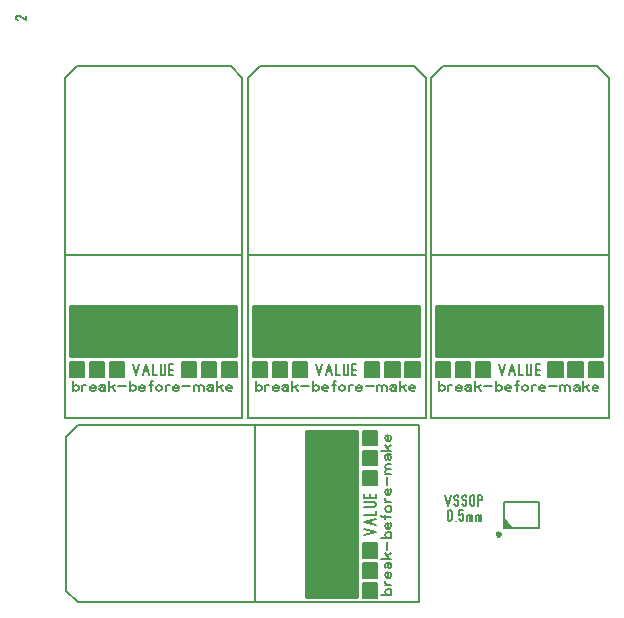
<source format=gbr>
%FSLAX34Y34*%
%MOMM*%
%LNSILK_TOP*%
G71*
G01*
%ADD10C, 0.159*%
%ADD11C, 0.200*%
%ADD12C, 0.150*%
%ADD13C, 0.175*%
%ADD14C, 0.300*%
%ADD15C, 0.151*%
%LPD*%
G54D10*
X0Y3556D02*
X0Y0D01*
X-556Y0D01*
X-1667Y444D01*
X-5000Y3111D01*
X-6111Y3556D01*
X-7222Y3556D01*
X-8333Y3111D01*
X-8889Y2222D01*
X-8889Y1333D01*
X-8333Y444D01*
X-7222Y0D01*
G54D10*
X354763Y-402392D02*
X356986Y-411281D01*
X359208Y-402392D01*
G54D10*
X362318Y-409614D02*
X362763Y-410725D01*
X363652Y-411281D01*
X364541Y-411281D01*
X365430Y-410725D01*
X365874Y-409614D01*
X365874Y-408503D01*
X365430Y-407392D01*
X364541Y-406836D01*
X363652Y-406836D01*
X362763Y-406281D01*
X362318Y-405170D01*
X362318Y-404058D01*
X362763Y-402947D01*
X363652Y-402392D01*
X364541Y-402392D01*
X365430Y-402947D01*
X365874Y-404058D01*
G54D10*
X368985Y-409614D02*
X369430Y-410725D01*
X370319Y-411281D01*
X371208Y-411281D01*
X372097Y-410725D01*
X372541Y-409614D01*
X372541Y-408503D01*
X372097Y-407392D01*
X371208Y-406836D01*
X370319Y-406836D01*
X369430Y-406281D01*
X368985Y-405170D01*
X368985Y-404058D01*
X369430Y-402947D01*
X370319Y-402392D01*
X371208Y-402392D01*
X372097Y-402947D01*
X372541Y-404058D01*
G54D10*
X379208Y-404058D02*
X379208Y-409614D01*
X378764Y-410725D01*
X377875Y-411281D01*
X376986Y-411281D01*
X376097Y-410725D01*
X375652Y-409614D01*
X375652Y-404058D01*
X376097Y-402947D01*
X376986Y-402392D01*
X377875Y-402392D01*
X378764Y-402947D01*
X379208Y-404058D01*
G54D10*
X382319Y-411281D02*
X382319Y-402392D01*
X384542Y-402392D01*
X385431Y-402947D01*
X385875Y-404058D01*
X385875Y-405170D01*
X385431Y-406281D01*
X384542Y-406836D01*
X382319Y-406836D01*
G54D11*
X434097Y-429919D02*
X404097Y-429919D01*
X404097Y-407919D01*
X434097Y-407919D01*
X434097Y-429919D01*
G36*
X404097Y-422919D02*
X411097Y-429919D01*
X404097Y-429919D01*
X404097Y-422919D01*
G37*
G54D11*
X404097Y-422919D02*
X411097Y-429919D01*
X404097Y-429919D01*
X404097Y-422919D01*
G54D11*
G75*
G01X402097Y-435919D02*
G03X402097Y-435919I-2000J0D01*
G01*
G36*
G75*
G01X402097Y-435919D02*
G03X402097Y-435919I-2000J0D01*
G01*
G37*
X402097Y-435919D01*
G54D10*
X360319Y-417058D02*
X360319Y-422614D01*
X359875Y-423725D01*
X358986Y-424281D01*
X358097Y-424281D01*
X357208Y-423725D01*
X356763Y-422614D01*
X356763Y-417058D01*
X357208Y-415947D01*
X358097Y-415392D01*
X358986Y-415392D01*
X359875Y-415947D01*
X360319Y-417058D01*
G54D10*
X363430Y-424281D02*
X363430Y-424281D01*
G54D10*
X370097Y-415392D02*
X366541Y-415392D01*
X366541Y-419281D01*
X366986Y-419281D01*
X367875Y-418725D01*
X368764Y-418725D01*
X369653Y-419281D01*
X370097Y-420392D01*
X370097Y-422614D01*
X369653Y-423725D01*
X368764Y-424281D01*
X367875Y-424281D01*
X366986Y-423725D01*
X366541Y-422614D01*
G54D10*
X373208Y-424281D02*
X373208Y-419281D01*
G54D10*
X373208Y-420170D02*
X374097Y-419281D01*
X374986Y-419614D01*
X375431Y-420392D01*
X375431Y-424281D01*
G54D10*
X375431Y-420170D02*
X376320Y-419281D01*
X377208Y-419614D01*
X377653Y-420392D01*
X377653Y-424281D01*
G54D10*
X380763Y-424281D02*
X380763Y-419281D01*
G54D10*
X380763Y-420170D02*
X381652Y-419281D01*
X382541Y-419614D01*
X382986Y-420392D01*
X382986Y-424281D01*
G54D10*
X382986Y-420170D02*
X383875Y-419281D01*
X384763Y-419614D01*
X385208Y-420392D01*
X385208Y-424281D01*
G54D12*
X183000Y-199000D02*
X33000Y-199000D01*
G54D13*
X90319Y-291278D02*
X92764Y-301056D01*
X95208Y-291278D01*
G54D13*
X98630Y-301056D02*
X101074Y-291278D01*
X103519Y-301056D01*
G54D13*
X99608Y-297389D02*
X102541Y-297389D01*
G54D13*
X106941Y-291278D02*
X106941Y-301056D01*
X110363Y-301056D01*
G54D13*
X113785Y-291278D02*
X113785Y-299222D01*
X114274Y-300444D01*
X115252Y-301056D01*
X116230Y-301056D01*
X117207Y-300444D01*
X117696Y-299222D01*
X117696Y-291278D01*
G54D13*
X124540Y-301056D02*
X121118Y-301056D01*
X121118Y-291278D01*
X124540Y-291278D01*
G54D13*
X121118Y-296167D02*
X124540Y-296167D01*
G36*
X37669Y-242919D02*
X177669Y-242919D01*
X177669Y-284919D01*
X37669Y-284919D01*
X37669Y-242919D01*
G37*
G54D14*
X37669Y-242919D02*
X177669Y-242919D01*
X177669Y-284919D01*
X37669Y-284919D01*
X37669Y-242919D01*
G36*
X144000Y-290000D02*
X144000Y-302000D01*
X132000Y-302000D01*
X132000Y-290000D01*
X144000Y-290000D01*
G37*
G54D12*
X144000Y-290000D02*
X144000Y-302000D01*
X132000Y-302000D01*
X132000Y-290000D01*
X144000Y-290000D01*
G36*
X161000Y-290000D02*
X161000Y-302000D01*
X149000Y-302000D01*
X149000Y-290000D01*
X161000Y-290000D01*
G37*
G54D12*
X161000Y-290000D02*
X161000Y-302000D01*
X149000Y-302000D01*
X149000Y-290000D01*
X161000Y-290000D01*
G36*
X178000Y-290000D02*
X178000Y-302000D01*
X166000Y-302000D01*
X166000Y-290000D01*
X178000Y-290000D01*
G37*
G54D12*
X178000Y-290000D02*
X178000Y-302000D01*
X166000Y-302000D01*
X166000Y-290000D01*
X178000Y-290000D01*
G36*
X49000Y-290000D02*
X49000Y-302000D01*
X37000Y-302000D01*
X37000Y-290000D01*
X49000Y-290000D01*
G37*
G54D12*
X49000Y-290000D02*
X49000Y-302000D01*
X37000Y-302000D01*
X37000Y-290000D01*
X49000Y-290000D01*
G36*
X66000Y-290000D02*
X66000Y-302000D01*
X54000Y-302000D01*
X54000Y-290000D01*
X66000Y-290000D01*
G37*
G54D12*
X66000Y-290000D02*
X66000Y-302000D01*
X54000Y-302000D01*
X54000Y-290000D01*
X66000Y-290000D01*
G36*
X83000Y-290000D02*
X83000Y-302000D01*
X71000Y-302000D01*
X71000Y-290000D01*
X83000Y-290000D01*
G37*
G54D12*
X83000Y-290000D02*
X83000Y-302000D01*
X71000Y-302000D01*
X71000Y-290000D01*
X83000Y-290000D01*
G54D15*
X39319Y-314056D02*
X39319Y-305611D01*
G54D15*
X39319Y-310678D02*
X40163Y-309622D01*
X41852Y-309306D01*
X43541Y-309622D01*
X44386Y-310678D01*
X44386Y-312789D01*
X43541Y-313844D01*
X41852Y-314056D01*
X40163Y-313844D01*
X39319Y-312789D01*
G54D15*
X47342Y-314056D02*
X47342Y-309306D01*
G54D15*
X47342Y-310361D02*
X49031Y-309306D01*
X50720Y-309306D01*
G54D15*
X58743Y-313528D02*
X57392Y-314056D01*
X55703Y-314056D01*
X54014Y-313528D01*
X53676Y-312472D01*
X53676Y-310678D01*
X54520Y-309622D01*
X56209Y-309306D01*
X57898Y-309622D01*
X58743Y-310361D01*
X58743Y-311417D01*
X53676Y-311417D01*
G54D15*
X61699Y-309833D02*
X63388Y-309306D01*
X65415Y-309306D01*
X66766Y-310361D01*
X66766Y-314056D01*
G54D15*
X66766Y-312472D02*
X65921Y-311417D01*
X64232Y-311206D01*
X62543Y-311417D01*
X61699Y-312472D01*
X62037Y-313528D01*
X63388Y-314056D01*
X64232Y-314056D01*
X64570Y-314056D01*
X65921Y-313528D01*
X66766Y-312472D01*
G54D15*
X69722Y-314056D02*
X69722Y-305611D01*
G54D15*
X72255Y-310889D02*
X74789Y-314056D01*
G54D15*
X69722Y-311944D02*
X74789Y-309306D01*
G54D15*
X77745Y-310361D02*
X84501Y-310361D01*
G54D15*
X87457Y-314056D02*
X87457Y-305611D01*
G54D15*
X87457Y-310678D02*
X88301Y-309622D01*
X89990Y-309306D01*
X91679Y-309622D01*
X92524Y-310678D01*
X92524Y-312789D01*
X91679Y-313844D01*
X89990Y-314056D01*
X88301Y-313844D01*
X87457Y-312789D01*
G54D15*
X100547Y-313528D02*
X99196Y-314056D01*
X97507Y-314056D01*
X95818Y-313528D01*
X95480Y-312472D01*
X95480Y-310678D01*
X96324Y-309622D01*
X98013Y-309306D01*
X99702Y-309622D01*
X100547Y-310361D01*
X100547Y-311417D01*
X95480Y-311417D01*
G54D15*
X105192Y-314056D02*
X105192Y-306139D01*
X106036Y-305611D01*
X106881Y-305928D01*
G54D15*
X103503Y-309306D02*
X106881Y-309306D01*
G54D15*
X114904Y-312789D02*
X114904Y-310678D01*
X114059Y-309622D01*
X112370Y-309306D01*
X110681Y-309622D01*
X109837Y-310678D01*
X109837Y-312789D01*
X110681Y-313844D01*
X112370Y-314056D01*
X114059Y-313844D01*
X114904Y-312789D01*
G54D15*
X117860Y-314056D02*
X117860Y-309306D01*
G54D15*
X117860Y-310361D02*
X119549Y-309306D01*
X121238Y-309306D01*
G54D15*
X129261Y-313528D02*
X127910Y-314056D01*
X126221Y-314056D01*
X124532Y-313528D01*
X124194Y-312472D01*
X124194Y-310678D01*
X125038Y-309622D01*
X126727Y-309306D01*
X128416Y-309622D01*
X129261Y-310361D01*
X129261Y-311417D01*
X124194Y-311417D01*
G54D15*
X132217Y-310361D02*
X138973Y-310361D01*
G54D15*
X141929Y-314056D02*
X141929Y-309306D01*
G54D15*
X141929Y-310150D02*
X143618Y-309306D01*
X145307Y-309622D01*
X146151Y-310361D01*
X146151Y-314056D01*
G54D15*
X146151Y-310150D02*
X147840Y-309306D01*
X149529Y-309622D01*
X150373Y-310361D01*
X150373Y-314056D01*
G54D15*
X153329Y-309833D02*
X155018Y-309306D01*
X157045Y-309306D01*
X158396Y-310361D01*
X158396Y-314056D01*
G54D15*
X158396Y-312472D02*
X157551Y-311417D01*
X155862Y-311206D01*
X154173Y-311417D01*
X153329Y-312472D01*
X153667Y-313528D01*
X155018Y-314056D01*
X155862Y-314056D01*
X156200Y-314056D01*
X157551Y-313528D01*
X158396Y-312472D01*
G54D15*
X161352Y-314056D02*
X161352Y-305611D01*
G54D15*
X163885Y-310889D02*
X166419Y-314056D01*
G54D15*
X161352Y-311944D02*
X166419Y-309306D01*
G54D15*
X174442Y-313528D02*
X173091Y-314056D01*
X171402Y-314056D01*
X169713Y-313528D01*
X169375Y-312472D01*
X169375Y-310678D01*
X170219Y-309622D01*
X171908Y-309306D01*
X173597Y-309622D01*
X174442Y-310361D01*
X174442Y-311417D01*
X169375Y-311417D01*
G54D12*
X33000Y-49000D02*
X43000Y-39000D01*
X173000Y-39000D01*
X183000Y-49000D01*
X183000Y-337500D01*
X33000Y-337500D01*
X33000Y-49000D01*
G54D12*
X338000Y-199000D02*
X188000Y-199000D01*
G54D13*
X245319Y-291278D02*
X247764Y-301056D01*
X250208Y-291278D01*
G54D13*
X253630Y-301056D02*
X256074Y-291278D01*
X258519Y-301056D01*
G54D13*
X254608Y-297389D02*
X257541Y-297389D01*
G54D13*
X261941Y-291278D02*
X261941Y-301056D01*
X265363Y-301056D01*
G54D13*
X268785Y-291278D02*
X268785Y-299222D01*
X269274Y-300444D01*
X270252Y-301056D01*
X271230Y-301056D01*
X272207Y-300444D01*
X272696Y-299222D01*
X272696Y-291278D01*
G54D13*
X279540Y-301056D02*
X276118Y-301056D01*
X276118Y-291278D01*
X279540Y-291278D01*
G54D13*
X276118Y-296167D02*
X279540Y-296167D01*
G36*
X192669Y-242919D02*
X332669Y-242919D01*
X332669Y-284919D01*
X192669Y-284919D01*
X192669Y-242919D01*
G37*
G54D14*
X192669Y-242919D02*
X332669Y-242919D01*
X332669Y-284919D01*
X192669Y-284919D01*
X192669Y-242919D01*
G36*
X299000Y-290000D02*
X299000Y-302000D01*
X287000Y-302000D01*
X287000Y-290000D01*
X299000Y-290000D01*
G37*
G54D12*
X299000Y-290000D02*
X299000Y-302000D01*
X287000Y-302000D01*
X287000Y-290000D01*
X299000Y-290000D01*
G36*
X316000Y-290000D02*
X316000Y-302000D01*
X304000Y-302000D01*
X304000Y-290000D01*
X316000Y-290000D01*
G37*
G54D12*
X316000Y-290000D02*
X316000Y-302000D01*
X304000Y-302000D01*
X304000Y-290000D01*
X316000Y-290000D01*
G36*
X333000Y-290000D02*
X333000Y-302000D01*
X321000Y-302000D01*
X321000Y-290000D01*
X333000Y-290000D01*
G37*
G54D12*
X333000Y-290000D02*
X333000Y-302000D01*
X321000Y-302000D01*
X321000Y-290000D01*
X333000Y-290000D01*
G36*
X204000Y-290000D02*
X204000Y-302000D01*
X192000Y-302000D01*
X192000Y-290000D01*
X204000Y-290000D01*
G37*
G54D12*
X204000Y-290000D02*
X204000Y-302000D01*
X192000Y-302000D01*
X192000Y-290000D01*
X204000Y-290000D01*
G36*
X221000Y-290000D02*
X221000Y-302000D01*
X209000Y-302000D01*
X209000Y-290000D01*
X221000Y-290000D01*
G37*
G54D12*
X221000Y-290000D02*
X221000Y-302000D01*
X209000Y-302000D01*
X209000Y-290000D01*
X221000Y-290000D01*
G36*
X238000Y-290000D02*
X238000Y-302000D01*
X226000Y-302000D01*
X226000Y-290000D01*
X238000Y-290000D01*
G37*
G54D12*
X238000Y-290000D02*
X238000Y-302000D01*
X226000Y-302000D01*
X226000Y-290000D01*
X238000Y-290000D01*
G54D15*
X194319Y-314056D02*
X194319Y-305611D01*
G54D15*
X194319Y-310678D02*
X195163Y-309622D01*
X196852Y-309306D01*
X198541Y-309622D01*
X199386Y-310678D01*
X199386Y-312789D01*
X198541Y-313844D01*
X196852Y-314056D01*
X195163Y-313844D01*
X194319Y-312789D01*
G54D15*
X202342Y-314056D02*
X202342Y-309306D01*
G54D15*
X202342Y-310361D02*
X204031Y-309306D01*
X205720Y-309306D01*
G54D15*
X213743Y-313528D02*
X212392Y-314056D01*
X210703Y-314056D01*
X209014Y-313528D01*
X208676Y-312472D01*
X208676Y-310678D01*
X209520Y-309622D01*
X211209Y-309306D01*
X212898Y-309622D01*
X213743Y-310361D01*
X213743Y-311417D01*
X208676Y-311417D01*
G54D15*
X216699Y-309833D02*
X218388Y-309306D01*
X220415Y-309306D01*
X221766Y-310361D01*
X221766Y-314056D01*
G54D15*
X221766Y-312472D02*
X220921Y-311417D01*
X219232Y-311206D01*
X217543Y-311417D01*
X216699Y-312472D01*
X217037Y-313528D01*
X218388Y-314056D01*
X219232Y-314056D01*
X219570Y-314056D01*
X220921Y-313528D01*
X221766Y-312472D01*
G54D15*
X224722Y-314056D02*
X224722Y-305611D01*
G54D15*
X227255Y-310889D02*
X229789Y-314056D01*
G54D15*
X224722Y-311944D02*
X229789Y-309306D01*
G54D15*
X232745Y-310361D02*
X239501Y-310361D01*
G54D15*
X242457Y-314056D02*
X242457Y-305611D01*
G54D15*
X242457Y-310678D02*
X243301Y-309622D01*
X244990Y-309306D01*
X246679Y-309622D01*
X247524Y-310678D01*
X247524Y-312789D01*
X246679Y-313844D01*
X244990Y-314056D01*
X243301Y-313844D01*
X242457Y-312789D01*
G54D15*
X255547Y-313528D02*
X254196Y-314056D01*
X252507Y-314056D01*
X250818Y-313528D01*
X250480Y-312472D01*
X250480Y-310678D01*
X251324Y-309622D01*
X253013Y-309306D01*
X254702Y-309622D01*
X255547Y-310361D01*
X255547Y-311417D01*
X250480Y-311417D01*
G54D15*
X260192Y-314056D02*
X260192Y-306139D01*
X261036Y-305611D01*
X261881Y-305928D01*
G54D15*
X258503Y-309306D02*
X261881Y-309306D01*
G54D15*
X269904Y-312789D02*
X269904Y-310678D01*
X269059Y-309622D01*
X267370Y-309306D01*
X265681Y-309622D01*
X264837Y-310678D01*
X264837Y-312789D01*
X265681Y-313844D01*
X267370Y-314056D01*
X269059Y-313844D01*
X269904Y-312789D01*
G54D15*
X272860Y-314056D02*
X272860Y-309306D01*
G54D15*
X272860Y-310361D02*
X274549Y-309306D01*
X276238Y-309306D01*
G54D15*
X284261Y-313528D02*
X282910Y-314056D01*
X281221Y-314056D01*
X279532Y-313528D01*
X279194Y-312472D01*
X279194Y-310678D01*
X280038Y-309622D01*
X281727Y-309306D01*
X283416Y-309622D01*
X284261Y-310361D01*
X284261Y-311417D01*
X279194Y-311417D01*
G54D15*
X287217Y-310361D02*
X293973Y-310361D01*
G54D15*
X296929Y-314056D02*
X296929Y-309306D01*
G54D15*
X296929Y-310150D02*
X298618Y-309306D01*
X300307Y-309622D01*
X301151Y-310361D01*
X301151Y-314056D01*
G54D15*
X301151Y-310150D02*
X302840Y-309306D01*
X304529Y-309622D01*
X305373Y-310361D01*
X305373Y-314056D01*
G54D15*
X308329Y-309833D02*
X310018Y-309306D01*
X312045Y-309306D01*
X313396Y-310361D01*
X313396Y-314056D01*
G54D15*
X313396Y-312472D02*
X312551Y-311417D01*
X310862Y-311206D01*
X309173Y-311417D01*
X308329Y-312472D01*
X308667Y-313528D01*
X310018Y-314056D01*
X310862Y-314056D01*
X311200Y-314056D01*
X312551Y-313528D01*
X313396Y-312472D01*
G54D15*
X316352Y-314056D02*
X316352Y-305611D01*
G54D15*
X318885Y-310889D02*
X321419Y-314056D01*
G54D15*
X316352Y-311944D02*
X321419Y-309306D01*
G54D15*
X329442Y-313528D02*
X328091Y-314056D01*
X326402Y-314056D01*
X324713Y-313528D01*
X324375Y-312472D01*
X324375Y-310678D01*
X325219Y-309622D01*
X326908Y-309306D01*
X328597Y-309622D01*
X329442Y-310361D01*
X329442Y-311417D01*
X324375Y-311417D01*
G54D12*
X188000Y-49000D02*
X198000Y-39000D01*
X328000Y-39000D01*
X338000Y-49000D01*
X338000Y-337500D01*
X188000Y-337500D01*
X188000Y-49000D01*
G54D12*
X493000Y-199000D02*
X343000Y-199000D01*
G54D13*
X400319Y-291278D02*
X402764Y-301056D01*
X405208Y-291278D01*
G54D13*
X408630Y-301056D02*
X411074Y-291278D01*
X413519Y-301056D01*
G54D13*
X409608Y-297389D02*
X412541Y-297389D01*
G54D13*
X416941Y-291278D02*
X416941Y-301056D01*
X420363Y-301056D01*
G54D13*
X423785Y-291278D02*
X423785Y-299222D01*
X424274Y-300444D01*
X425252Y-301056D01*
X426230Y-301056D01*
X427207Y-300444D01*
X427696Y-299222D01*
X427696Y-291278D01*
G54D13*
X434540Y-301056D02*
X431118Y-301056D01*
X431118Y-291278D01*
X434540Y-291278D01*
G54D13*
X431118Y-296167D02*
X434540Y-296167D01*
G36*
X347669Y-242919D02*
X487669Y-242919D01*
X487669Y-284919D01*
X347669Y-284919D01*
X347669Y-242919D01*
G37*
G54D14*
X347669Y-242919D02*
X487669Y-242919D01*
X487669Y-284919D01*
X347669Y-284919D01*
X347669Y-242919D01*
G36*
X454000Y-290000D02*
X454000Y-302000D01*
X442000Y-302000D01*
X442000Y-290000D01*
X454000Y-290000D01*
G37*
G54D12*
X454000Y-290000D02*
X454000Y-302000D01*
X442000Y-302000D01*
X442000Y-290000D01*
X454000Y-290000D01*
G36*
X471000Y-290000D02*
X471000Y-302000D01*
X459000Y-302000D01*
X459000Y-290000D01*
X471000Y-290000D01*
G37*
G54D12*
X471000Y-290000D02*
X471000Y-302000D01*
X459000Y-302000D01*
X459000Y-290000D01*
X471000Y-290000D01*
G36*
X488000Y-290000D02*
X488000Y-302000D01*
X476000Y-302000D01*
X476000Y-290000D01*
X488000Y-290000D01*
G37*
G54D12*
X488000Y-290000D02*
X488000Y-302000D01*
X476000Y-302000D01*
X476000Y-290000D01*
X488000Y-290000D01*
G36*
X359000Y-290000D02*
X359000Y-302000D01*
X347000Y-302000D01*
X347000Y-290000D01*
X359000Y-290000D01*
G37*
G54D12*
X359000Y-290000D02*
X359000Y-302000D01*
X347000Y-302000D01*
X347000Y-290000D01*
X359000Y-290000D01*
G36*
X376000Y-290000D02*
X376000Y-302000D01*
X364000Y-302000D01*
X364000Y-290000D01*
X376000Y-290000D01*
G37*
G54D12*
X376000Y-290000D02*
X376000Y-302000D01*
X364000Y-302000D01*
X364000Y-290000D01*
X376000Y-290000D01*
G36*
X393000Y-290000D02*
X393000Y-302000D01*
X381000Y-302000D01*
X381000Y-290000D01*
X393000Y-290000D01*
G37*
G54D12*
X393000Y-290000D02*
X393000Y-302000D01*
X381000Y-302000D01*
X381000Y-290000D01*
X393000Y-290000D01*
G54D15*
X349319Y-314056D02*
X349319Y-305611D01*
G54D15*
X349319Y-310678D02*
X350163Y-309622D01*
X351852Y-309306D01*
X353541Y-309622D01*
X354386Y-310678D01*
X354386Y-312789D01*
X353541Y-313844D01*
X351852Y-314056D01*
X350163Y-313844D01*
X349319Y-312789D01*
G54D15*
X357342Y-314056D02*
X357342Y-309306D01*
G54D15*
X357342Y-310361D02*
X359031Y-309306D01*
X360720Y-309306D01*
G54D15*
X368743Y-313528D02*
X367392Y-314056D01*
X365703Y-314056D01*
X364014Y-313528D01*
X363676Y-312472D01*
X363676Y-310678D01*
X364520Y-309622D01*
X366209Y-309306D01*
X367898Y-309622D01*
X368743Y-310361D01*
X368743Y-311417D01*
X363676Y-311417D01*
G54D15*
X371699Y-309833D02*
X373388Y-309306D01*
X375415Y-309306D01*
X376766Y-310361D01*
X376766Y-314056D01*
G54D15*
X376766Y-312472D02*
X375921Y-311417D01*
X374232Y-311206D01*
X372543Y-311417D01*
X371699Y-312472D01*
X372037Y-313528D01*
X373388Y-314056D01*
X374232Y-314056D01*
X374570Y-314056D01*
X375921Y-313528D01*
X376766Y-312472D01*
G54D15*
X379722Y-314056D02*
X379722Y-305611D01*
G54D15*
X382255Y-310889D02*
X384789Y-314056D01*
G54D15*
X379722Y-311944D02*
X384789Y-309306D01*
G54D15*
X387745Y-310361D02*
X394501Y-310361D01*
G54D15*
X397457Y-314056D02*
X397457Y-305611D01*
G54D15*
X397457Y-310678D02*
X398301Y-309622D01*
X399990Y-309306D01*
X401679Y-309622D01*
X402524Y-310678D01*
X402524Y-312789D01*
X401679Y-313844D01*
X399990Y-314056D01*
X398301Y-313844D01*
X397457Y-312789D01*
G54D15*
X410547Y-313528D02*
X409196Y-314056D01*
X407507Y-314056D01*
X405818Y-313528D01*
X405480Y-312472D01*
X405480Y-310678D01*
X406324Y-309622D01*
X408013Y-309306D01*
X409702Y-309622D01*
X410547Y-310361D01*
X410547Y-311417D01*
X405480Y-311417D01*
G54D15*
X415192Y-314056D02*
X415192Y-306139D01*
X416036Y-305611D01*
X416881Y-305928D01*
G54D15*
X413503Y-309306D02*
X416881Y-309306D01*
G54D15*
X424904Y-312789D02*
X424904Y-310678D01*
X424059Y-309622D01*
X422370Y-309306D01*
X420681Y-309622D01*
X419837Y-310678D01*
X419837Y-312789D01*
X420681Y-313844D01*
X422370Y-314056D01*
X424059Y-313844D01*
X424904Y-312789D01*
G54D15*
X427860Y-314056D02*
X427860Y-309306D01*
G54D15*
X427860Y-310361D02*
X429549Y-309306D01*
X431238Y-309306D01*
G54D15*
X439261Y-313528D02*
X437910Y-314056D01*
X436221Y-314056D01*
X434532Y-313528D01*
X434194Y-312472D01*
X434194Y-310678D01*
X435038Y-309622D01*
X436727Y-309306D01*
X438416Y-309622D01*
X439261Y-310361D01*
X439261Y-311417D01*
X434194Y-311417D01*
G54D15*
X442217Y-310361D02*
X448973Y-310361D01*
G54D15*
X451929Y-314056D02*
X451929Y-309306D01*
G54D15*
X451929Y-310150D02*
X453618Y-309306D01*
X455307Y-309622D01*
X456151Y-310361D01*
X456151Y-314056D01*
G54D15*
X456151Y-310150D02*
X457840Y-309306D01*
X459529Y-309622D01*
X460373Y-310361D01*
X460373Y-314056D01*
G54D15*
X463329Y-309833D02*
X465018Y-309306D01*
X467045Y-309306D01*
X468396Y-310361D01*
X468396Y-314056D01*
G54D15*
X468396Y-312472D02*
X467551Y-311417D01*
X465862Y-311206D01*
X464173Y-311417D01*
X463329Y-312472D01*
X463667Y-313528D01*
X465018Y-314056D01*
X465862Y-314056D01*
X466200Y-314056D01*
X467551Y-313528D01*
X468396Y-312472D01*
G54D15*
X471352Y-314056D02*
X471352Y-305611D01*
G54D15*
X473885Y-310889D02*
X476419Y-314056D01*
G54D15*
X471352Y-311944D02*
X476419Y-309306D01*
G54D15*
X484442Y-313528D02*
X483090Y-314056D01*
X481402Y-314056D01*
X479713Y-313528D01*
X479375Y-312472D01*
X479375Y-310678D01*
X480219Y-309622D01*
X481908Y-309306D01*
X483597Y-309622D01*
X484442Y-310361D01*
X484442Y-311417D01*
X479375Y-311417D01*
G54D12*
X343000Y-49000D02*
X353000Y-39000D01*
X483000Y-39000D01*
X493000Y-49000D01*
X493000Y-337500D01*
X343000Y-337500D01*
X343000Y-49000D01*
G54D12*
X193750Y-343250D02*
X193750Y-493250D01*
G54D13*
X286028Y-435931D02*
X295806Y-433486D01*
X286028Y-431042D01*
G54D13*
X295806Y-427620D02*
X286028Y-425176D01*
X295806Y-422731D01*
G54D13*
X292139Y-426642D02*
X292139Y-423709D01*
G54D13*
X286028Y-419309D02*
X295806Y-419309D01*
X295806Y-415887D01*
G54D13*
X286028Y-412465D02*
X293972Y-412465D01*
X295194Y-411976D01*
X295806Y-410998D01*
X295806Y-410020D01*
X295194Y-409043D01*
X293972Y-408554D01*
X286028Y-408554D01*
G54D13*
X295806Y-401710D02*
X295806Y-405132D01*
X286028Y-405132D01*
X286028Y-401710D01*
G54D13*
X290917Y-405132D02*
X290917Y-401710D01*
G36*
X237669Y-488581D02*
X237669Y-348581D01*
X279669Y-348581D01*
X279669Y-488581D01*
X237669Y-488581D01*
G37*
G54D14*
X237669Y-488581D02*
X237669Y-348581D01*
X279669Y-348581D01*
X279669Y-488581D01*
X237669Y-488581D01*
G36*
X284750Y-382250D02*
X296750Y-382250D01*
X296750Y-394250D01*
X284750Y-394250D01*
X284750Y-382250D01*
G37*
G54D12*
X284750Y-382250D02*
X296750Y-382250D01*
X296750Y-394250D01*
X284750Y-394250D01*
X284750Y-382250D01*
G36*
X284750Y-365250D02*
X296750Y-365250D01*
X296750Y-377250D01*
X284750Y-377250D01*
X284750Y-365250D01*
G37*
G54D12*
X284750Y-365250D02*
X296750Y-365250D01*
X296750Y-377250D01*
X284750Y-377250D01*
X284750Y-365250D01*
G36*
X284750Y-348250D02*
X296750Y-348250D01*
X296750Y-360250D01*
X284750Y-360250D01*
X284750Y-348250D01*
G37*
G54D12*
X284750Y-348250D02*
X296750Y-348250D01*
X296750Y-360250D01*
X284750Y-360250D01*
X284750Y-348250D01*
G36*
X284750Y-477250D02*
X296750Y-477250D01*
X296750Y-489250D01*
X284750Y-489250D01*
X284750Y-477250D01*
G37*
G54D12*
X284750Y-477250D02*
X296750Y-477250D01*
X296750Y-489250D01*
X284750Y-489250D01*
X284750Y-477250D01*
G36*
X284750Y-460250D02*
X296750Y-460250D01*
X296750Y-472250D01*
X284750Y-472250D01*
X284750Y-460250D01*
G37*
G54D12*
X284750Y-460250D02*
X296750Y-460250D01*
X296750Y-472250D01*
X284750Y-472250D01*
X284750Y-460250D01*
G36*
X284750Y-443250D02*
X296750Y-443250D01*
X296750Y-455250D01*
X284750Y-455250D01*
X284750Y-443250D01*
G37*
G54D12*
X284750Y-443250D02*
X296750Y-443250D01*
X296750Y-455250D01*
X284750Y-455250D01*
X284750Y-443250D01*
G54D15*
X308806Y-486931D02*
X300361Y-486931D01*
G54D15*
X305428Y-486931D02*
X304372Y-486087D01*
X304056Y-484398D01*
X304372Y-482709D01*
X305428Y-481864D01*
X307539Y-481864D01*
X308594Y-482709D01*
X308806Y-484398D01*
X308594Y-486087D01*
X307539Y-486931D01*
G54D15*
X308806Y-478908D02*
X304056Y-478908D01*
G54D15*
X305111Y-478908D02*
X304056Y-477219D01*
X304056Y-475530D01*
G54D15*
X308278Y-467507D02*
X308806Y-468858D01*
X308806Y-470547D01*
X308278Y-472236D01*
X307222Y-472574D01*
X305428Y-472574D01*
X304372Y-471730D01*
X304056Y-470041D01*
X304372Y-468352D01*
X305111Y-467507D01*
X306167Y-467507D01*
X306167Y-472574D01*
G54D15*
X304583Y-464551D02*
X304056Y-462862D01*
X304056Y-460835D01*
X305111Y-459484D01*
X308806Y-459484D01*
G54D15*
X307222Y-459484D02*
X306167Y-460329D01*
X305956Y-462018D01*
X306167Y-463707D01*
X307222Y-464551D01*
X308278Y-464213D01*
X308806Y-462862D01*
X308806Y-462018D01*
X308806Y-461680D01*
X308278Y-460329D01*
X307222Y-459484D01*
G54D15*
X308806Y-456528D02*
X300361Y-456528D01*
G54D15*
X305639Y-453995D02*
X308806Y-451461D01*
G54D15*
X306694Y-456528D02*
X304056Y-451461D01*
G54D15*
X305111Y-448505D02*
X305111Y-441749D01*
G54D15*
X308806Y-438793D02*
X300361Y-438793D01*
G54D15*
X305428Y-438793D02*
X304372Y-437949D01*
X304056Y-436260D01*
X304372Y-434571D01*
X305428Y-433726D01*
X307539Y-433726D01*
X308594Y-434571D01*
X308806Y-436260D01*
X308594Y-437949D01*
X307539Y-438793D01*
G54D15*
X308278Y-425703D02*
X308806Y-427054D01*
X308806Y-428743D01*
X308278Y-430432D01*
X307222Y-430770D01*
X305428Y-430770D01*
X304372Y-429926D01*
X304056Y-428237D01*
X304372Y-426548D01*
X305111Y-425703D01*
X306167Y-425703D01*
X306167Y-430770D01*
G54D15*
X308806Y-421058D02*
X300889Y-421058D01*
X300361Y-420214D01*
X300678Y-419369D01*
G54D15*
X304056Y-422747D02*
X304056Y-419369D01*
G54D15*
X307539Y-411346D02*
X305428Y-411346D01*
X304372Y-412191D01*
X304056Y-413880D01*
X304372Y-415569D01*
X305428Y-416413D01*
X307539Y-416413D01*
X308594Y-415569D01*
X308806Y-413880D01*
X308594Y-412191D01*
X307539Y-411346D01*
G54D15*
X308806Y-408390D02*
X304056Y-408390D01*
G54D15*
X305111Y-408390D02*
X304056Y-406701D01*
X304056Y-405012D01*
G54D15*
X308278Y-396989D02*
X308806Y-398340D01*
X308806Y-400029D01*
X308278Y-401718D01*
X307222Y-402056D01*
X305428Y-402056D01*
X304372Y-401212D01*
X304056Y-399523D01*
X304372Y-397834D01*
X305111Y-396989D01*
X306167Y-396989D01*
X306167Y-402056D01*
G54D15*
X305111Y-394033D02*
X305111Y-387278D01*
G54D15*
X308806Y-384321D02*
X304056Y-384321D01*
G54D15*
X304900Y-384321D02*
X304056Y-382632D01*
X304372Y-380943D01*
X305111Y-380099D01*
X308806Y-380099D01*
G54D15*
X304900Y-380099D02*
X304056Y-378410D01*
X304372Y-376721D01*
X305111Y-375877D01*
X308806Y-375877D01*
G54D15*
X304583Y-372921D02*
X304056Y-371232D01*
X304056Y-369205D01*
X305111Y-367854D01*
X308806Y-367854D01*
G54D15*
X307222Y-367854D02*
X306167Y-368699D01*
X305956Y-370388D01*
X306167Y-372077D01*
X307222Y-372921D01*
X308278Y-372583D01*
X308806Y-371232D01*
X308806Y-370388D01*
X308806Y-370050D01*
X308278Y-368699D01*
X307222Y-367854D01*
G54D15*
X308806Y-364898D02*
X300361Y-364898D01*
G54D15*
X305639Y-362365D02*
X308806Y-359831D01*
G54D15*
X306694Y-364898D02*
X304056Y-359831D01*
G54D15*
X308278Y-351808D02*
X308806Y-353160D01*
X308806Y-354848D01*
X308278Y-356537D01*
X307222Y-356875D01*
X305428Y-356875D01*
X304372Y-356031D01*
X304056Y-354342D01*
X304372Y-352653D01*
X305111Y-351808D01*
X306167Y-351808D01*
X306167Y-356875D01*
G54D12*
X43750Y-493250D02*
X33750Y-483250D01*
X33750Y-353250D01*
X43750Y-343250D01*
X332250Y-343250D01*
X332250Y-493250D01*
X43750Y-493250D01*
M02*

</source>
